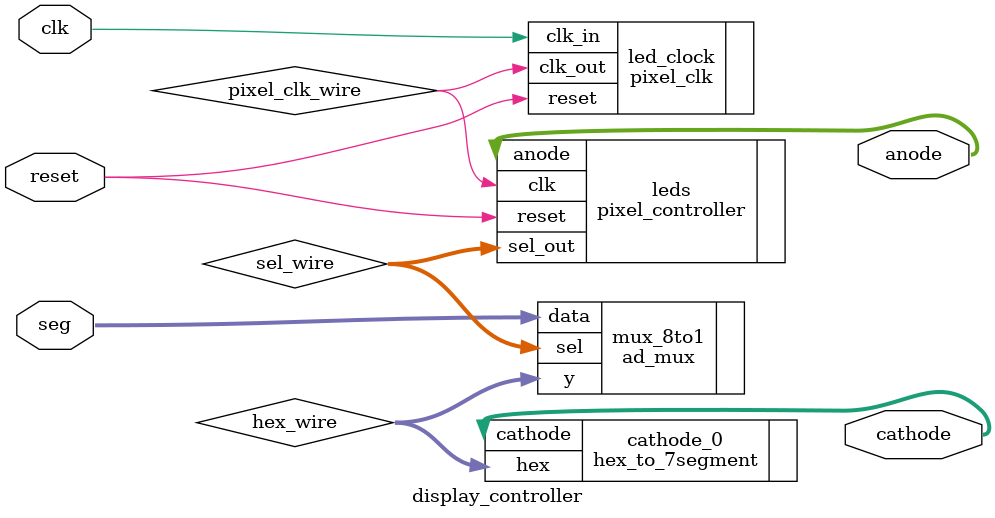
<source format=v>
`timescale 1ns / 1ps
/*==================================================================================
 File Name:    display_controller.v
 Designer:     Michael Marin
 Email:        michaelmarin81@gmail.com
 Rev. Date:    March 22, 2017

 Purpose:      The purpose of this module is to instantiate all the modules that
               are associated with the display controller.
   
  Notes:        This module will be instantiated in the top_level module
==================================================================================*/

module display_controller(clk, reset, seg, anode, cathode);
   input    clk, reset ;
   input    [31:0] seg ;
   output   [7:0] anode, cathode ;
   
   wire pixel_clk_wire ;  // connects the pixel clk_out to clk in pixel controller
   wire [2:0]  sel_wire ; // connects the sel_out from controller to sel_in mux.
   wire [3:0]  hex_wire ; // connects the 8-to-1 mux to the hex_to_7segment module
     
      /*~~~~~~~~~~~~~~~~~~~~~~~~~~~~~~~~~~~~~~~~~~~~~~~~~~~~~~~~~~~~~~~~~~~~~~~~~
         pixel_clk - divides the 100MHz clock to 480Hz so that the LED's can be
                     seen by the human eye properly        
        ~~~~~~~~~~~~~~~~~~~~~~~~~~~~~~~~~~~~~~~~~~~~~~~~~~~~~~~~~~~~~~~~~~~~~~~*/
         pixel_clk
            led_clock(
               .clk_in  (clk),
               .reset   (reset),
               .clk_out (pixel_clk_wire)
            );
            
      /*~~~~~~~~~~~~~~~~~~~~~~~~~~~~~~~~~~~~~~~~~~~~~~~~~~~~~~~~~~~~~~~~~~~~~~~~~
         pixel_controller - generates signals for the anodes of the 7 segment
                            display and also the signals for the mux select
        ~~~~~~~~~~~~~~~~~~~~~~~~~~~~~~~~~~~~~~~~~~~~~~~~~~~~~~~~~~~~~~~~~~~~~~~*/
         pixel_controller
            leds(
               .clk     (pixel_clk_wire), 
               .reset   (reset), 
               .anode   (anode), 
               .sel_out (sel_wire)
            );
            
      /*~~~~~~~~~~~~~~~~~~~~~~~~~~~~~~~~~~~~~~~~~~~~~~~~~~~~~~~~~~~~~~~~~~~~~~~~~
         ad_mux - mux used to select one data input to be decoded in the
                  hex_to_7segment module.
        ~~~~~~~~~~~~~~~~~~~~~~~~~~~~~~~~~~~~~~~~~~~~~~~~~~~~~~~~~~~~~~~~~~~~~~~*/
         ad_mux
            mux_8to1(
               .data    (seg), 
               .sel     (sel_wire), 
               .y       (hex_wire)
            );
            
            
      /*~~~~~~~~~~~~~~~~~~~~~~~~~~~~~~~~~~~~~~~~~~~~~~~~~~~~~~~~~~~~~~~~~~~~~~~~~
         hex_to_7segment - the module contains the code required to display the
                           seven segment cathodes with a hex representation of
                           the state of the sequence detector.
         ~~~~~~~~~~~~~~~~~~~~~~~~~~~~~~~~~~~~~~~~~~~~~~~~~~~~~~~~~~~~~~~~~~~~~~~*/
         hex_to_7segment
           cathode_0(
               .hex     (hex_wire), 
               .cathode (cathode)
            ); 

endmodule

</source>
